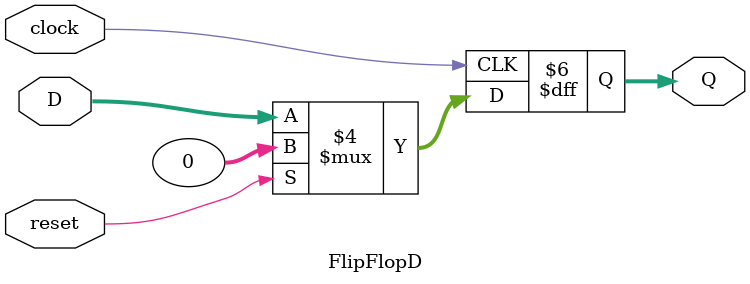
<source format=v>
`timescale 1ns / 1ps

/*
Flip-flop D que contiene el valor del PC para seleccionar la instrucción de la memoria de instucciones

Entradas
D: Dato a guardar
clock: Señal de clock
reset: Señal de reset

Salidas
Q: Valor actual en el flip-flop

*/

module FlipFlopD(D, Q, clock, reset
    );
	 
	 input [31:0] D;
	 input clock, reset;
	 
	 output reg [31:0] Q = 0;
	 
	 always @(posedge clock)
	 begin
		if (reset)
			Q <= 0;
		else
			Q <= D;
	 end


endmodule

</source>
